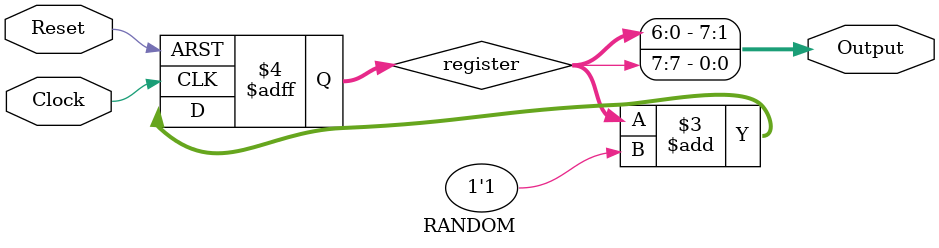
<source format=v>
`timescale 1ns / 1ps

module RANDOM(Clock, Reset, Output);
    input Clock;
    input Reset;
    output [7:0] Output;

    reg [7 : 0] register;
//    reg [3:0] addition;

    always @(posedge Clock or posedge Reset) begin
        if (Reset == 1'b1) begin
            register <= 8'b0; 
        end 
        else begin
//                addition <= {register[5], register[6], register[0], 1'b1};
//                register <= register + addition;
                register <= register + 1'b1;
        end
    end

assign Output = {register[6:0], register[7]};
//assign Output = register;
endmodule


</source>
